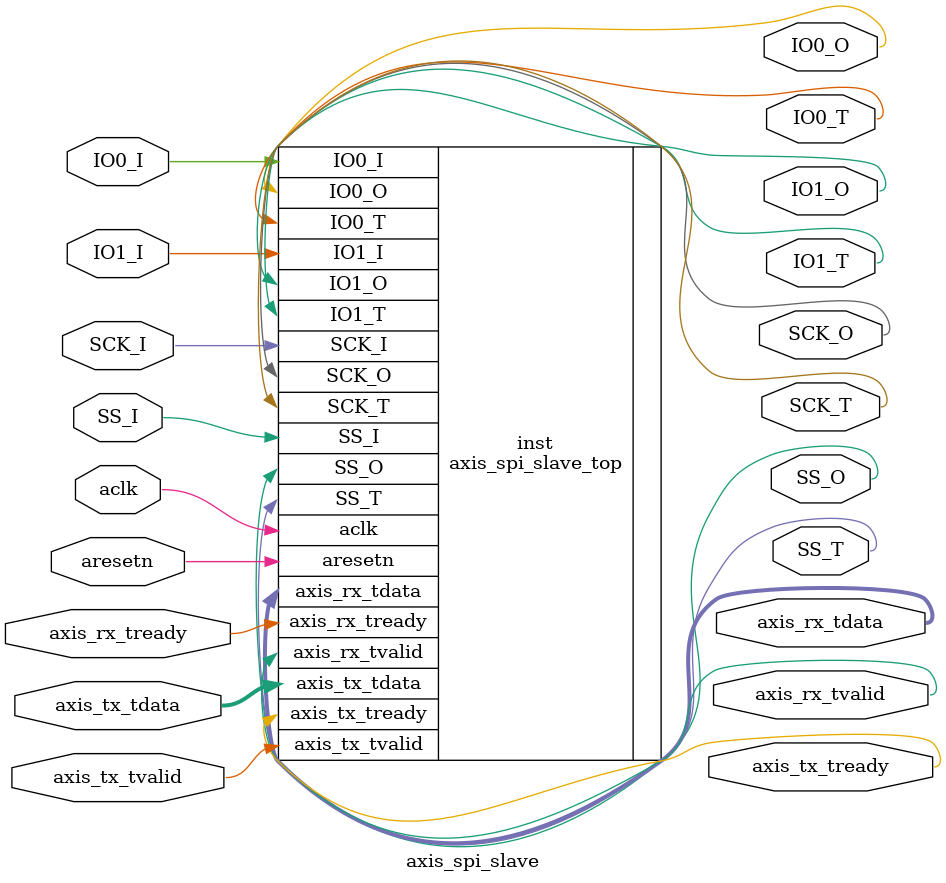
<source format=v>
/*
Copyright (c) 2019 Chengdu JinZhiLi Technology Co., Ltd.
All rights reserved.
*/

`timescale 1 ns / 1 ps
`default_nettype none

//==============================================================================
//
// SPI Interface timing:
//
//                ____                                             __________
//  SS                \___________________________________________/
//                         ___     ___     ___     ___     ___
//  SCK   CPOL=0  ________/   \___/   \___/   \___/   \___/   \______________
//
//  MOSI                   _______ _______ _______ _______ _______
//  MISO  CPHA=1  zzzzxxxxX___0___X___1___X__...__X___6___X___7___Xzzzzzzzzzz
//
// This core is fixed CPOL = 0 and CPHA = 1. That is FPGA will drive SO at
// rising edge of SCK, and will sample SI at failing edge of SCK.
//==============================================================================

module axis_spi_slave #(parameter C_DATA_WIDTH = 8 // 8, 16, 24, 32
) (
    // SPI
    //=====
    (* X_INTERFACE_INFO = "xilinx.com:interface:spi:1.0 SPI SS_I" *)
    input  wire                    SS_I          ,
    (* X_INTERFACE_INFO = "xilinx.com:interface:spi:1.0 SPI SS_O" *)
    output wire                    SS_O          ,
    (* X_INTERFACE_INFO = "xilinx.com:interface:spi:1.0 SPI SS_T" *)
    output wire                    SS_T          ,
    (* X_INTERFACE_INFO = "xilinx.com:interface:spi:1.0 SPI SCK_I" *)
    input  wire                    SCK_I         ,
    (* X_INTERFACE_INFO = "xilinx.com:interface:spi:1.0 SPI SCK_O" *)
    output wire                    SCK_O         ,
    (* X_INTERFACE_INFO = "xilinx.com:interface:spi:1.0 SPI SCK_T" *)
    output wire                    SCK_T         ,
    (* X_INTERFACE_INFO = "xilinx.com:interface:spi:1.0 SPI IO0_I" *)
    input  wire                    IO0_I         , // SI
    (* X_INTERFACE_INFO = "xilinx.com:interface:spi:1.0 SPI IO0_O" *)
    output wire                    IO0_O         ,
    (* X_INTERFACE_INFO = "xilinx.com:interface:spi:1.0 SPI IO0_T" *)
    output wire                    IO0_T         ,
    (* X_INTERFACE_INFO = "xilinx.com:interface:spi:1.0 SPI IO1_I" *)
    input  wire                    IO1_I         , // SO
    (* X_INTERFACE_INFO = "xilinx.com:interface:spi:1.0 SPI IO1_O" *)
    output wire                    IO1_O         ,
    (* X_INTERFACE_INFO = "xilinx.com:interface:spi:1.0 SPI IO1_T" *)
    output wire                    IO1_T         ,
    //=====
    (* X_INTERFACE_INFO = "xilinx.com:signal:clock:1.0 aclk CLK" *)
    (* X_INTERFACE_PARAMETER = "ASSOCIATED_BUSIF axis_rx:axis_tx, ASSOCIATED_RESET aresetn, FREQ_HZ 100000000" *)
    input  wire                    aclk          ,
    (* X_INTERFACE_INFO = "xilinx.com:signal:reset:1.0 aresetn RST" *)
    (* X_INTERFACE_PARAMETER = "POLARITY ACTIVE_LOW" *)
    input  wire                    aresetn       ,
    // Rx i/f, beat at each bit
    (* X_INTERFACE_INFO = "xilinx.com:interface:axis:1.0 axis_rx TDATA" *)
    output wire [C_DATA_WIDTH-1:0] axis_rx_tdata ,
    (* X_INTERFACE_INFO = "xilinx.com:interface:axis:1.0 axis_rx TVALID" *)
    output wire                    axis_rx_tvalid,
    (* X_INTERFACE_INFO = "xilinx.com:interface:axis:1.0 axis_rx TREADY" *)
    input  wire                    axis_rx_tready,
    // Tx i/f, beat at each word
    (* X_INTERFACE_INFO = "xilinx.com:interface:axis:1.0 axis_tx TDATA" *)
    input  wire [C_DATA_WIDTH-1:0] axis_tx_tdata ,
    (* X_INTERFACE_INFO = "xilinx.com:interface:axis:1.0 axis_tx TVALID" *)
    input  wire                    axis_tx_tvalid,
    (* X_INTERFACE_INFO = "xilinx.com:interface:axis:1.0 axis_tx TREADY" *)
    output wire                    axis_tx_tready
);

    axis_spi_slave_top #(.C_DATA_WIDTH(C_DATA_WIDTH)) inst (
        .SS_I          (SS_I          ),
        .SS_O          (SS_O          ),
        .SS_T          (SS_T          ),
        .SCK_I         (SCK_I         ),
        .SCK_O         (SCK_O         ),
        .SCK_T         (SCK_T         ),
        .IO0_I         (IO0_I         ),
        .IO0_O         (IO0_O         ),
        .IO0_T         (IO0_T         ),
        .IO1_I         (IO1_I         ),
        .IO1_O         (IO1_O         ),
        .IO1_T         (IO1_T         ),
        //
        .aclk          (aclk          ),
        .aresetn       (aresetn       ),
        //
        .axis_rx_tdata (axis_rx_tdata ),
        .axis_rx_tvalid(axis_rx_tvalid),
        .axis_rx_tready(axis_rx_tready),
        //
        .axis_tx_tdata (axis_tx_tdata ),
        .axis_tx_tvalid(axis_tx_tvalid),
        .axis_tx_tready(axis_tx_tready)
    );

endmodule

`default_nettype wire

</source>
